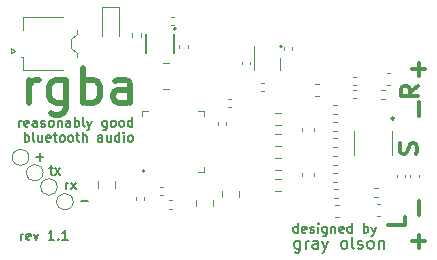
<source format=gto>
G04 #@! TF.GenerationSoftware,KiCad,Pcbnew,(5.1.9)-1*
G04 #@! TF.CreationDate,2021-04-01T12:48:19-07:00*
G04 #@! TF.ProjectId,rgba,72676261-2e6b-4696-9361-645f70636258,1.1*
G04 #@! TF.SameCoordinates,Original*
G04 #@! TF.FileFunction,Legend,Top*
G04 #@! TF.FilePolarity,Positive*
%FSLAX46Y46*%
G04 Gerber Fmt 4.6, Leading zero omitted, Abs format (unit mm)*
G04 Created by KiCad (PCBNEW (5.1.9)-1) date 2021-04-01 12:48:19*
%MOMM*%
%LPD*%
G01*
G04 APERTURE LIST*
%ADD10C,0.200000*%
%ADD11C,0.153000*%
%ADD12C,0.500000*%
%ADD13C,0.300000*%
%ADD14C,0.120000*%
%ADD15C,0.240000*%
%ADD16C,0.127000*%
G04 APERTURE END LIST*
D10*
X105146666Y-114060714D02*
X105146666Y-114870238D01*
X105099047Y-114965476D01*
X105051428Y-115013095D01*
X104956190Y-115060714D01*
X104813333Y-115060714D01*
X104718095Y-115013095D01*
X105146666Y-114679761D02*
X105051428Y-114727380D01*
X104860952Y-114727380D01*
X104765714Y-114679761D01*
X104718095Y-114632142D01*
X104670476Y-114536904D01*
X104670476Y-114251190D01*
X104718095Y-114155952D01*
X104765714Y-114108333D01*
X104860952Y-114060714D01*
X105051428Y-114060714D01*
X105146666Y-114108333D01*
X105622857Y-114727380D02*
X105622857Y-114060714D01*
X105622857Y-114251190D02*
X105670476Y-114155952D01*
X105718095Y-114108333D01*
X105813333Y-114060714D01*
X105908571Y-114060714D01*
X106670476Y-114727380D02*
X106670476Y-114203571D01*
X106622857Y-114108333D01*
X106527619Y-114060714D01*
X106337142Y-114060714D01*
X106241904Y-114108333D01*
X106670476Y-114679761D02*
X106575238Y-114727380D01*
X106337142Y-114727380D01*
X106241904Y-114679761D01*
X106194285Y-114584523D01*
X106194285Y-114489285D01*
X106241904Y-114394047D01*
X106337142Y-114346428D01*
X106575238Y-114346428D01*
X106670476Y-114298809D01*
X107051428Y-114060714D02*
X107289523Y-114727380D01*
X107527619Y-114060714D02*
X107289523Y-114727380D01*
X107194285Y-114965476D01*
X107146666Y-115013095D01*
X107051428Y-115060714D01*
X108813333Y-114727380D02*
X108718095Y-114679761D01*
X108670476Y-114632142D01*
X108622857Y-114536904D01*
X108622857Y-114251190D01*
X108670476Y-114155952D01*
X108718095Y-114108333D01*
X108813333Y-114060714D01*
X108956190Y-114060714D01*
X109051428Y-114108333D01*
X109099047Y-114155952D01*
X109146666Y-114251190D01*
X109146666Y-114536904D01*
X109099047Y-114632142D01*
X109051428Y-114679761D01*
X108956190Y-114727380D01*
X108813333Y-114727380D01*
X109718095Y-114727380D02*
X109622857Y-114679761D01*
X109575238Y-114584523D01*
X109575238Y-113727380D01*
X110051428Y-114679761D02*
X110146666Y-114727380D01*
X110337142Y-114727380D01*
X110432380Y-114679761D01*
X110480000Y-114584523D01*
X110480000Y-114536904D01*
X110432380Y-114441666D01*
X110337142Y-114394047D01*
X110194285Y-114394047D01*
X110099047Y-114346428D01*
X110051428Y-114251190D01*
X110051428Y-114203571D01*
X110099047Y-114108333D01*
X110194285Y-114060714D01*
X110337142Y-114060714D01*
X110432380Y-114108333D01*
X111051428Y-114727380D02*
X110956190Y-114679761D01*
X110908571Y-114632142D01*
X110860952Y-114536904D01*
X110860952Y-114251190D01*
X110908571Y-114155952D01*
X110956190Y-114108333D01*
X111051428Y-114060714D01*
X111194285Y-114060714D01*
X111289523Y-114108333D01*
X111337142Y-114155952D01*
X111384761Y-114251190D01*
X111384761Y-114536904D01*
X111337142Y-114632142D01*
X111289523Y-114679761D01*
X111194285Y-114727380D01*
X111051428Y-114727380D01*
X111813333Y-114060714D02*
X111813333Y-114727380D01*
X111813333Y-114155952D02*
X111860952Y-114108333D01*
X111956190Y-114060714D01*
X112099047Y-114060714D01*
X112194285Y-114108333D01*
X112241904Y-114203571D01*
X112241904Y-114727380D01*
D11*
X104982783Y-113386904D02*
X104982783Y-112586904D01*
X104982783Y-113348809D02*
X104906592Y-113386904D01*
X104754211Y-113386904D01*
X104678021Y-113348809D01*
X104639926Y-113310714D01*
X104601830Y-113234523D01*
X104601830Y-113005952D01*
X104639926Y-112929761D01*
X104678021Y-112891666D01*
X104754211Y-112853571D01*
X104906592Y-112853571D01*
X104982783Y-112891666D01*
X105668497Y-113348809D02*
X105592307Y-113386904D01*
X105439926Y-113386904D01*
X105363735Y-113348809D01*
X105325640Y-113272619D01*
X105325640Y-112967857D01*
X105363735Y-112891666D01*
X105439926Y-112853571D01*
X105592307Y-112853571D01*
X105668497Y-112891666D01*
X105706592Y-112967857D01*
X105706592Y-113044047D01*
X105325640Y-113120238D01*
X106011354Y-113348809D02*
X106087545Y-113386904D01*
X106239926Y-113386904D01*
X106316116Y-113348809D01*
X106354211Y-113272619D01*
X106354211Y-113234523D01*
X106316116Y-113158333D01*
X106239926Y-113120238D01*
X106125640Y-113120238D01*
X106049450Y-113082142D01*
X106011354Y-113005952D01*
X106011354Y-112967857D01*
X106049450Y-112891666D01*
X106125640Y-112853571D01*
X106239926Y-112853571D01*
X106316116Y-112891666D01*
X106697069Y-113386904D02*
X106697069Y-112853571D01*
X106697069Y-112586904D02*
X106658973Y-112625000D01*
X106697069Y-112663095D01*
X106735164Y-112625000D01*
X106697069Y-112586904D01*
X106697069Y-112663095D01*
X107420878Y-112853571D02*
X107420878Y-113501190D01*
X107382783Y-113577380D01*
X107344688Y-113615476D01*
X107268497Y-113653571D01*
X107154211Y-113653571D01*
X107078021Y-113615476D01*
X107420878Y-113348809D02*
X107344688Y-113386904D01*
X107192307Y-113386904D01*
X107116116Y-113348809D01*
X107078021Y-113310714D01*
X107039926Y-113234523D01*
X107039926Y-113005952D01*
X107078021Y-112929761D01*
X107116116Y-112891666D01*
X107192307Y-112853571D01*
X107344688Y-112853571D01*
X107420878Y-112891666D01*
X107801830Y-112853571D02*
X107801830Y-113386904D01*
X107801830Y-112929761D02*
X107839926Y-112891666D01*
X107916116Y-112853571D01*
X108030402Y-112853571D01*
X108106592Y-112891666D01*
X108144688Y-112967857D01*
X108144688Y-113386904D01*
X108830402Y-113348809D02*
X108754211Y-113386904D01*
X108601830Y-113386904D01*
X108525640Y-113348809D01*
X108487545Y-113272619D01*
X108487545Y-112967857D01*
X108525640Y-112891666D01*
X108601830Y-112853571D01*
X108754211Y-112853571D01*
X108830402Y-112891666D01*
X108868497Y-112967857D01*
X108868497Y-113044047D01*
X108487545Y-113120238D01*
X109554211Y-113386904D02*
X109554211Y-112586904D01*
X109554211Y-113348809D02*
X109478021Y-113386904D01*
X109325640Y-113386904D01*
X109249450Y-113348809D01*
X109211354Y-113310714D01*
X109173259Y-113234523D01*
X109173259Y-113005952D01*
X109211354Y-112929761D01*
X109249450Y-112891666D01*
X109325640Y-112853571D01*
X109478021Y-112853571D01*
X109554211Y-112891666D01*
X110544688Y-113386904D02*
X110544688Y-112586904D01*
X110544688Y-112891666D02*
X110620878Y-112853571D01*
X110773259Y-112853571D01*
X110849450Y-112891666D01*
X110887545Y-112929761D01*
X110925640Y-113005952D01*
X110925640Y-113234523D01*
X110887545Y-113310714D01*
X110849450Y-113348809D01*
X110773259Y-113386904D01*
X110620878Y-113386904D01*
X110544688Y-113348809D01*
X111192307Y-112853571D02*
X111382783Y-113386904D01*
X111573259Y-112853571D02*
X111382783Y-113386904D01*
X111306592Y-113577380D01*
X111268497Y-113615476D01*
X111192307Y-113653571D01*
X81513095Y-113986904D02*
X81513095Y-113453571D01*
X81513095Y-113605952D02*
X81551190Y-113529761D01*
X81589285Y-113491666D01*
X81665476Y-113453571D01*
X81741666Y-113453571D01*
X82313095Y-113948809D02*
X82236904Y-113986904D01*
X82084523Y-113986904D01*
X82008333Y-113948809D01*
X81970238Y-113872619D01*
X81970238Y-113567857D01*
X82008333Y-113491666D01*
X82084523Y-113453571D01*
X82236904Y-113453571D01*
X82313095Y-113491666D01*
X82351190Y-113567857D01*
X82351190Y-113644047D01*
X81970238Y-113720238D01*
X82617857Y-113453571D02*
X82808333Y-113986904D01*
X82998809Y-113453571D01*
X84332142Y-113986904D02*
X83875000Y-113986904D01*
X84103571Y-113986904D02*
X84103571Y-113186904D01*
X84027380Y-113301190D01*
X83951190Y-113377380D01*
X83875000Y-113415476D01*
X84675000Y-113910714D02*
X84713095Y-113948809D01*
X84675000Y-113986904D01*
X84636904Y-113948809D01*
X84675000Y-113910714D01*
X84675000Y-113986904D01*
X85475000Y-113986904D02*
X85017857Y-113986904D01*
X85246428Y-113986904D02*
X85246428Y-113186904D01*
X85170238Y-113301190D01*
X85094047Y-113377380D01*
X85017857Y-113415476D01*
X81828571Y-105661904D02*
X81828571Y-104861904D01*
X81828571Y-105166666D02*
X81904761Y-105128571D01*
X82057142Y-105128571D01*
X82133333Y-105166666D01*
X82171428Y-105204761D01*
X82209523Y-105280952D01*
X82209523Y-105509523D01*
X82171428Y-105585714D01*
X82133333Y-105623809D01*
X82057142Y-105661904D01*
X81904761Y-105661904D01*
X81828571Y-105623809D01*
X82666666Y-105661904D02*
X82590476Y-105623809D01*
X82552380Y-105547619D01*
X82552380Y-104861904D01*
X83314285Y-105128571D02*
X83314285Y-105661904D01*
X82971428Y-105128571D02*
X82971428Y-105547619D01*
X83009523Y-105623809D01*
X83085714Y-105661904D01*
X83200000Y-105661904D01*
X83276190Y-105623809D01*
X83314285Y-105585714D01*
X84000000Y-105623809D02*
X83923809Y-105661904D01*
X83771428Y-105661904D01*
X83695238Y-105623809D01*
X83657142Y-105547619D01*
X83657142Y-105242857D01*
X83695238Y-105166666D01*
X83771428Y-105128571D01*
X83923809Y-105128571D01*
X84000000Y-105166666D01*
X84038095Y-105242857D01*
X84038095Y-105319047D01*
X83657142Y-105395238D01*
X84266666Y-105128571D02*
X84571428Y-105128571D01*
X84380952Y-104861904D02*
X84380952Y-105547619D01*
X84419047Y-105623809D01*
X84495238Y-105661904D01*
X84571428Y-105661904D01*
X84952380Y-105661904D02*
X84876190Y-105623809D01*
X84838095Y-105585714D01*
X84800000Y-105509523D01*
X84800000Y-105280952D01*
X84838095Y-105204761D01*
X84876190Y-105166666D01*
X84952380Y-105128571D01*
X85066666Y-105128571D01*
X85142857Y-105166666D01*
X85180952Y-105204761D01*
X85219047Y-105280952D01*
X85219047Y-105509523D01*
X85180952Y-105585714D01*
X85142857Y-105623809D01*
X85066666Y-105661904D01*
X84952380Y-105661904D01*
X85676190Y-105661904D02*
X85600000Y-105623809D01*
X85561904Y-105585714D01*
X85523809Y-105509523D01*
X85523809Y-105280952D01*
X85561904Y-105204761D01*
X85600000Y-105166666D01*
X85676190Y-105128571D01*
X85790476Y-105128571D01*
X85866666Y-105166666D01*
X85904761Y-105204761D01*
X85942857Y-105280952D01*
X85942857Y-105509523D01*
X85904761Y-105585714D01*
X85866666Y-105623809D01*
X85790476Y-105661904D01*
X85676190Y-105661904D01*
X86171428Y-105128571D02*
X86476190Y-105128571D01*
X86285714Y-104861904D02*
X86285714Y-105547619D01*
X86323809Y-105623809D01*
X86400000Y-105661904D01*
X86476190Y-105661904D01*
X86742857Y-105661904D02*
X86742857Y-104861904D01*
X87085714Y-105661904D02*
X87085714Y-105242857D01*
X87047619Y-105166666D01*
X86971428Y-105128571D01*
X86857142Y-105128571D01*
X86780952Y-105166666D01*
X86742857Y-105204761D01*
X88419047Y-105661904D02*
X88419047Y-105242857D01*
X88380952Y-105166666D01*
X88304761Y-105128571D01*
X88152380Y-105128571D01*
X88076190Y-105166666D01*
X88419047Y-105623809D02*
X88342857Y-105661904D01*
X88152380Y-105661904D01*
X88076190Y-105623809D01*
X88038095Y-105547619D01*
X88038095Y-105471428D01*
X88076190Y-105395238D01*
X88152380Y-105357142D01*
X88342857Y-105357142D01*
X88419047Y-105319047D01*
X89142857Y-105128571D02*
X89142857Y-105661904D01*
X88800000Y-105128571D02*
X88800000Y-105547619D01*
X88838095Y-105623809D01*
X88914285Y-105661904D01*
X89028571Y-105661904D01*
X89104761Y-105623809D01*
X89142857Y-105585714D01*
X89866666Y-105661904D02*
X89866666Y-104861904D01*
X89866666Y-105623809D02*
X89790476Y-105661904D01*
X89638095Y-105661904D01*
X89561904Y-105623809D01*
X89523809Y-105585714D01*
X89485714Y-105509523D01*
X89485714Y-105280952D01*
X89523809Y-105204761D01*
X89561904Y-105166666D01*
X89638095Y-105128571D01*
X89790476Y-105128571D01*
X89866666Y-105166666D01*
X90247619Y-105661904D02*
X90247619Y-105128571D01*
X90247619Y-104861904D02*
X90209523Y-104900000D01*
X90247619Y-104938095D01*
X90285714Y-104900000D01*
X90247619Y-104861904D01*
X90247619Y-104938095D01*
X90742857Y-105661904D02*
X90666666Y-105623809D01*
X90628571Y-105585714D01*
X90590476Y-105509523D01*
X90590476Y-105280952D01*
X90628571Y-105204761D01*
X90666666Y-105166666D01*
X90742857Y-105128571D01*
X90857142Y-105128571D01*
X90933333Y-105166666D01*
X90971428Y-105204761D01*
X91009523Y-105280952D01*
X91009523Y-105509523D01*
X90971428Y-105585714D01*
X90933333Y-105623809D01*
X90857142Y-105661904D01*
X90742857Y-105661904D01*
X81350000Y-104411904D02*
X81350000Y-103878571D01*
X81350000Y-104030952D02*
X81388095Y-103954761D01*
X81426190Y-103916666D01*
X81502380Y-103878571D01*
X81578571Y-103878571D01*
X82150000Y-104373809D02*
X82073809Y-104411904D01*
X81921428Y-104411904D01*
X81845238Y-104373809D01*
X81807142Y-104297619D01*
X81807142Y-103992857D01*
X81845238Y-103916666D01*
X81921428Y-103878571D01*
X82073809Y-103878571D01*
X82150000Y-103916666D01*
X82188095Y-103992857D01*
X82188095Y-104069047D01*
X81807142Y-104145238D01*
X82873809Y-104411904D02*
X82873809Y-103992857D01*
X82835714Y-103916666D01*
X82759523Y-103878571D01*
X82607142Y-103878571D01*
X82530952Y-103916666D01*
X82873809Y-104373809D02*
X82797619Y-104411904D01*
X82607142Y-104411904D01*
X82530952Y-104373809D01*
X82492857Y-104297619D01*
X82492857Y-104221428D01*
X82530952Y-104145238D01*
X82607142Y-104107142D01*
X82797619Y-104107142D01*
X82873809Y-104069047D01*
X83216666Y-104373809D02*
X83292857Y-104411904D01*
X83445238Y-104411904D01*
X83521428Y-104373809D01*
X83559523Y-104297619D01*
X83559523Y-104259523D01*
X83521428Y-104183333D01*
X83445238Y-104145238D01*
X83330952Y-104145238D01*
X83254761Y-104107142D01*
X83216666Y-104030952D01*
X83216666Y-103992857D01*
X83254761Y-103916666D01*
X83330952Y-103878571D01*
X83445238Y-103878571D01*
X83521428Y-103916666D01*
X84016666Y-104411904D02*
X83940476Y-104373809D01*
X83902380Y-104335714D01*
X83864285Y-104259523D01*
X83864285Y-104030952D01*
X83902380Y-103954761D01*
X83940476Y-103916666D01*
X84016666Y-103878571D01*
X84130952Y-103878571D01*
X84207142Y-103916666D01*
X84245238Y-103954761D01*
X84283333Y-104030952D01*
X84283333Y-104259523D01*
X84245238Y-104335714D01*
X84207142Y-104373809D01*
X84130952Y-104411904D01*
X84016666Y-104411904D01*
X84626190Y-103878571D02*
X84626190Y-104411904D01*
X84626190Y-103954761D02*
X84664285Y-103916666D01*
X84740476Y-103878571D01*
X84854761Y-103878571D01*
X84930952Y-103916666D01*
X84969047Y-103992857D01*
X84969047Y-104411904D01*
X85692857Y-104411904D02*
X85692857Y-103992857D01*
X85654761Y-103916666D01*
X85578571Y-103878571D01*
X85426190Y-103878571D01*
X85350000Y-103916666D01*
X85692857Y-104373809D02*
X85616666Y-104411904D01*
X85426190Y-104411904D01*
X85350000Y-104373809D01*
X85311904Y-104297619D01*
X85311904Y-104221428D01*
X85350000Y-104145238D01*
X85426190Y-104107142D01*
X85616666Y-104107142D01*
X85692857Y-104069047D01*
X86073809Y-104411904D02*
X86073809Y-103611904D01*
X86073809Y-103916666D02*
X86150000Y-103878571D01*
X86302380Y-103878571D01*
X86378571Y-103916666D01*
X86416666Y-103954761D01*
X86454761Y-104030952D01*
X86454761Y-104259523D01*
X86416666Y-104335714D01*
X86378571Y-104373809D01*
X86302380Y-104411904D01*
X86150000Y-104411904D01*
X86073809Y-104373809D01*
X86911904Y-104411904D02*
X86835714Y-104373809D01*
X86797619Y-104297619D01*
X86797619Y-103611904D01*
X87140476Y-103878571D02*
X87330952Y-104411904D01*
X87521428Y-103878571D02*
X87330952Y-104411904D01*
X87254761Y-104602380D01*
X87216666Y-104640476D01*
X87140476Y-104678571D01*
X88778571Y-103878571D02*
X88778571Y-104526190D01*
X88740476Y-104602380D01*
X88702380Y-104640476D01*
X88626190Y-104678571D01*
X88511904Y-104678571D01*
X88435714Y-104640476D01*
X88778571Y-104373809D02*
X88702380Y-104411904D01*
X88550000Y-104411904D01*
X88473809Y-104373809D01*
X88435714Y-104335714D01*
X88397619Y-104259523D01*
X88397619Y-104030952D01*
X88435714Y-103954761D01*
X88473809Y-103916666D01*
X88550000Y-103878571D01*
X88702380Y-103878571D01*
X88778571Y-103916666D01*
X89273809Y-104411904D02*
X89197619Y-104373809D01*
X89159523Y-104335714D01*
X89121428Y-104259523D01*
X89121428Y-104030952D01*
X89159523Y-103954761D01*
X89197619Y-103916666D01*
X89273809Y-103878571D01*
X89388095Y-103878571D01*
X89464285Y-103916666D01*
X89502380Y-103954761D01*
X89540476Y-104030952D01*
X89540476Y-104259523D01*
X89502380Y-104335714D01*
X89464285Y-104373809D01*
X89388095Y-104411904D01*
X89273809Y-104411904D01*
X89997619Y-104411904D02*
X89921428Y-104373809D01*
X89883333Y-104335714D01*
X89845238Y-104259523D01*
X89845238Y-104030952D01*
X89883333Y-103954761D01*
X89921428Y-103916666D01*
X89997619Y-103878571D01*
X90111904Y-103878571D01*
X90188095Y-103916666D01*
X90226190Y-103954761D01*
X90264285Y-104030952D01*
X90264285Y-104259523D01*
X90226190Y-104335714D01*
X90188095Y-104373809D01*
X90111904Y-104411904D01*
X89997619Y-104411904D01*
X90950000Y-104411904D02*
X90950000Y-103611904D01*
X90950000Y-104373809D02*
X90873809Y-104411904D01*
X90721428Y-104411904D01*
X90645238Y-104373809D01*
X90607142Y-104335714D01*
X90569047Y-104259523D01*
X90569047Y-104030952D01*
X90607142Y-103954761D01*
X90645238Y-103916666D01*
X90721428Y-103878571D01*
X90873809Y-103878571D01*
X90950000Y-103916666D01*
D12*
X82214285Y-102407142D02*
X82214285Y-100407142D01*
X82214285Y-100978571D02*
X82357142Y-100692857D01*
X82500000Y-100550000D01*
X82785714Y-100407142D01*
X83071428Y-100407142D01*
X85357142Y-100407142D02*
X85357142Y-102835714D01*
X85214285Y-103121428D01*
X85071428Y-103264285D01*
X84785714Y-103407142D01*
X84357142Y-103407142D01*
X84071428Y-103264285D01*
X85357142Y-102264285D02*
X85071428Y-102407142D01*
X84500000Y-102407142D01*
X84214285Y-102264285D01*
X84071428Y-102121428D01*
X83928571Y-101835714D01*
X83928571Y-100978571D01*
X84071428Y-100692857D01*
X84214285Y-100550000D01*
X84500000Y-100407142D01*
X85071428Y-100407142D01*
X85357142Y-100550000D01*
X86785714Y-102407142D02*
X86785714Y-99407142D01*
X86785714Y-100550000D02*
X87071428Y-100407142D01*
X87642857Y-100407142D01*
X87928571Y-100550000D01*
X88071428Y-100692857D01*
X88214285Y-100978571D01*
X88214285Y-101835714D01*
X88071428Y-102121428D01*
X87928571Y-102264285D01*
X87642857Y-102407142D01*
X87071428Y-102407142D01*
X86785714Y-102264285D01*
X90785714Y-102407142D02*
X90785714Y-100835714D01*
X90642857Y-100550000D01*
X90357142Y-100407142D01*
X89785714Y-100407142D01*
X89500000Y-100550000D01*
X90785714Y-102264285D02*
X90500000Y-102407142D01*
X89785714Y-102407142D01*
X89500000Y-102264285D01*
X89357142Y-101978571D01*
X89357142Y-101692857D01*
X89500000Y-101407142D01*
X89785714Y-101264285D01*
X90500000Y-101264285D01*
X90785714Y-101121428D01*
D13*
X115178571Y-100935714D02*
X114464285Y-101435714D01*
X115178571Y-101792857D02*
X113678571Y-101792857D01*
X113678571Y-101221428D01*
X113750000Y-101078571D01*
X113821428Y-101007142D01*
X113964285Y-100935714D01*
X114178571Y-100935714D01*
X114321428Y-101007142D01*
X114392857Y-101078571D01*
X114464285Y-101221428D01*
X114464285Y-101792857D01*
X114078571Y-112035714D02*
X114078571Y-112750000D01*
X112578571Y-112750000D01*
X115007142Y-106678571D02*
X115078571Y-106464285D01*
X115078571Y-106107142D01*
X115007142Y-105964285D01*
X114935714Y-105892857D01*
X114792857Y-105821428D01*
X114650000Y-105821428D01*
X114507142Y-105892857D01*
X114435714Y-105964285D01*
X114364285Y-106107142D01*
X114292857Y-106392857D01*
X114221428Y-106535714D01*
X114150000Y-106607142D01*
X114007142Y-106678571D01*
X113864285Y-106678571D01*
X113721428Y-106607142D01*
X113650000Y-106535714D01*
X113578571Y-106392857D01*
X113578571Y-106035714D01*
X113650000Y-105821428D01*
X115207142Y-103471428D02*
X115207142Y-102328571D01*
X115207142Y-100121428D02*
X115207142Y-98978571D01*
X115778571Y-99550000D02*
X114635714Y-99550000D01*
X115207142Y-111871428D02*
X115207142Y-110728571D01*
X115207142Y-114671428D02*
X115207142Y-113528571D01*
X115778571Y-114100000D02*
X114635714Y-114100000D01*
D10*
X85319047Y-109661904D02*
X85319047Y-109128571D01*
X85319047Y-109280952D02*
X85357142Y-109204761D01*
X85395238Y-109166666D01*
X85471428Y-109128571D01*
X85547619Y-109128571D01*
X85738095Y-109661904D02*
X86157142Y-109128571D01*
X85738095Y-109128571D02*
X86157142Y-109661904D01*
X83923809Y-107928571D02*
X84228571Y-107928571D01*
X84038095Y-107661904D02*
X84038095Y-108347619D01*
X84076190Y-108423809D01*
X84152380Y-108461904D01*
X84228571Y-108461904D01*
X84419047Y-108461904D02*
X84838095Y-107928571D01*
X84419047Y-107928571D02*
X84838095Y-108461904D01*
X86595238Y-110657142D02*
X87204761Y-110657142D01*
X82795238Y-106957142D02*
X83404761Y-106957142D01*
X83100000Y-107261904D02*
X83100000Y-106652380D01*
D14*
X93538748Y-101210000D02*
X94061252Y-101210000D01*
X93538748Y-98990000D02*
X94061252Y-98990000D01*
X84600000Y-109500000D02*
G75*
G03*
X84600000Y-109500000I-700000J0D01*
G01*
X83400000Y-108300000D02*
G75*
G03*
X83400000Y-108300000I-700000J0D01*
G01*
X112959000Y-106776000D02*
X112959000Y-104776000D01*
D15*
X113109000Y-103676000D02*
G75*
G03*
X113109000Y-103676000I-100000J0D01*
G01*
D14*
X109689000Y-106776000D02*
X109689000Y-104776000D01*
D10*
X103637000Y-97608000D02*
G75*
G03*
X103637000Y-97608000I-100000J0D01*
G01*
D14*
X101252000Y-97608000D02*
X101252000Y-99608000D01*
X103472000Y-98608000D02*
X103472000Y-99608000D01*
D10*
X92008139Y-108157000D02*
G75*
G03*
X92008139Y-108157000I-90139J0D01*
G01*
D14*
X91808000Y-103522000D02*
X91808000Y-103047000D01*
X91808000Y-103047000D02*
X92283000Y-103047000D01*
X97028000Y-107792000D02*
X97028000Y-108267000D01*
X97028000Y-108267000D02*
X96553000Y-108267000D01*
X97028000Y-103522000D02*
X97028000Y-103047000D01*
X97028000Y-103047000D02*
X96553000Y-103047000D01*
D16*
X92095000Y-96550000D02*
X92095000Y-98150000D01*
X94505000Y-96550000D02*
X94505000Y-98150000D01*
D10*
X94650000Y-96105000D02*
G75*
G03*
X94650000Y-96105000I-100000J0D01*
G01*
D14*
X80696447Y-97700000D02*
X80696447Y-98200000D01*
X81050000Y-97950000D02*
X80696447Y-97700000D01*
X80696447Y-98200000D02*
X81050000Y-97950000D01*
X86260000Y-96560000D02*
X86260000Y-96210000D01*
X85760000Y-96960000D02*
X86260000Y-96560000D01*
X85760000Y-97740000D02*
X85760000Y-96960000D01*
X86260000Y-98140000D02*
X85760000Y-97740000D01*
X86260000Y-98490000D02*
X86260000Y-98140000D01*
X81740000Y-95140000D02*
X81740000Y-96190000D01*
X85090000Y-95140000D02*
X81740000Y-95140000D01*
X81740000Y-98510000D02*
X81550000Y-98510000D01*
X81740000Y-99560000D02*
X81740000Y-98510000D01*
X85090000Y-99560000D02*
X81740000Y-99560000D01*
X95660000Y-97715835D02*
X95660000Y-97484165D01*
X94940000Y-97715835D02*
X94940000Y-97484165D01*
X94234165Y-95810000D02*
X94465835Y-95810000D01*
X94234165Y-95090000D02*
X94465835Y-95090000D01*
X108003879Y-110474000D02*
X108339121Y-110474000D01*
X108003879Y-109714000D02*
X108339121Y-109714000D01*
X107966379Y-109077000D02*
X108301621Y-109077000D01*
X107966379Y-108317000D02*
X108301621Y-108317000D01*
X108301621Y-106920000D02*
X107966379Y-106920000D01*
X108301621Y-107680000D02*
X107966379Y-107680000D01*
X103053276Y-109854500D02*
X103562724Y-109854500D01*
X103053276Y-108809500D02*
X103562724Y-108809500D01*
X103562724Y-107031500D02*
X103053276Y-107031500D01*
X103562724Y-108076500D02*
X103053276Y-108076500D01*
X112317621Y-101270000D02*
X111982379Y-101270000D01*
X112317621Y-102030000D02*
X111982379Y-102030000D01*
X107966379Y-103362000D02*
X108301621Y-103362000D01*
X107966379Y-102602000D02*
X108301621Y-102602000D01*
X107966379Y-104759000D02*
X108301621Y-104759000D01*
X107966379Y-103999000D02*
X108301621Y-103999000D01*
X108301621Y-105396000D02*
X107966379Y-105396000D01*
X108301621Y-106156000D02*
X107966379Y-106156000D01*
X103053276Y-104266500D02*
X103562724Y-104266500D01*
X103053276Y-103221500D02*
X103562724Y-103221500D01*
X103562724Y-104999500D02*
X103053276Y-104999500D01*
X103562724Y-106044500D02*
X103053276Y-106044500D01*
X111730621Y-109587000D02*
X111395379Y-109587000D01*
X111730621Y-110347000D02*
X111395379Y-110347000D01*
X111670733Y-112001000D02*
X111963267Y-112001000D01*
X111670733Y-110981000D02*
X111963267Y-110981000D01*
X108446267Y-111040000D02*
X108153733Y-111040000D01*
X108446267Y-112060000D02*
X108153733Y-112060000D01*
X106358000Y-108589267D02*
X106358000Y-108296733D01*
X105338000Y-108589267D02*
X105338000Y-108296733D01*
X112513733Y-100840000D02*
X112806267Y-100840000D01*
X112513733Y-99820000D02*
X112806267Y-99820000D01*
X106756267Y-100821000D02*
X106463733Y-100821000D01*
X106756267Y-101841000D02*
X106463733Y-101841000D01*
X105338000Y-104486733D02*
X105338000Y-104779267D01*
X106358000Y-104486733D02*
X106358000Y-104779267D01*
X114082000Y-108685835D02*
X114082000Y-108454165D01*
X113362000Y-108685835D02*
X113362000Y-108454165D01*
X115225000Y-108685835D02*
X115225000Y-108454165D01*
X114505000Y-108685835D02*
X114505000Y-108454165D01*
X102096835Y-100661000D02*
X101865165Y-100661000D01*
X102096835Y-101381000D02*
X101865165Y-101381000D01*
X100935000Y-99115835D02*
X100935000Y-98884165D01*
X100215000Y-99115835D02*
X100215000Y-98884165D01*
X103790000Y-97634165D02*
X103790000Y-97865835D01*
X104510000Y-97634165D02*
X104510000Y-97865835D01*
X98210000Y-104014165D02*
X98210000Y-104245835D01*
X98930000Y-104014165D02*
X98930000Y-104245835D01*
X99979000Y-110363252D02*
X99979000Y-109840748D01*
X98509000Y-110363252D02*
X98509000Y-109840748D01*
X96350000Y-110624248D02*
X96350000Y-111146752D01*
X97820000Y-110624248D02*
X97820000Y-111146752D01*
X91264000Y-110367165D02*
X91264000Y-110598835D01*
X91984000Y-110367165D02*
X91984000Y-110598835D01*
X94279835Y-110631000D02*
X94048165Y-110631000D01*
X94279835Y-111351000D02*
X94048165Y-111351000D01*
X93517835Y-109488000D02*
X93286165Y-109488000D01*
X93517835Y-110208000D02*
X93286165Y-110208000D01*
X89505000Y-109548752D02*
X89505000Y-109026248D01*
X88035000Y-109548752D02*
X88035000Y-109026248D01*
X109634165Y-102010000D02*
X109865835Y-102010000D01*
X109634165Y-101290000D02*
X109865835Y-101290000D01*
X109634165Y-100910000D02*
X109865835Y-100910000D01*
X109634165Y-100190000D02*
X109865835Y-100190000D01*
X91680000Y-96767621D02*
X91680000Y-96432379D01*
X90920000Y-96767621D02*
X90920000Y-96432379D01*
X88365000Y-94240000D02*
X88365000Y-96700000D01*
X89835000Y-94240000D02*
X88365000Y-94240000D01*
X89835000Y-96700000D02*
X89835000Y-94240000D01*
X82200000Y-107000000D02*
G75*
G03*
X82200000Y-107000000I-700000J0D01*
G01*
X85950000Y-110750000D02*
G75*
G03*
X85950000Y-110750000I-700000J0D01*
G01*
X99315835Y-102040000D02*
X99084165Y-102040000D01*
X99315835Y-102760000D02*
X99084165Y-102760000D01*
M02*

</source>
